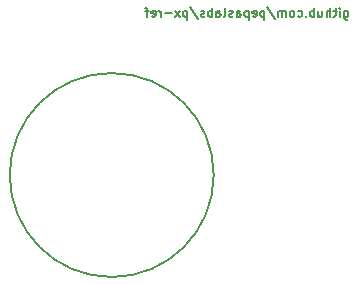
<source format=gbo>
G04 (created by PCBNEW (2013-07-07 BZR 4022)-stable) date Tue 30 Aug 2022 12:13:58 AM CDT*
%MOIN*%
G04 Gerber Fmt 3.4, Leading zero omitted, Abs format*
%FSLAX34Y34*%
G01*
G70*
G90*
G04 APERTURE LIST*
%ADD10C,0.00590551*%
%ADD11C,0.00787402*%
%ADD12C,0.006*%
G04 APERTURE END LIST*
G54D10*
G54D11*
X89150Y-32500D02*
G75*
G03X89150Y-32500I-3400J0D01*
G74*
G01*
G54D12*
X93500Y-27021D02*
X93500Y-27264D01*
X93514Y-27292D01*
X93528Y-27307D01*
X93557Y-27321D01*
X93600Y-27321D01*
X93628Y-27307D01*
X93500Y-27207D02*
X93528Y-27221D01*
X93585Y-27221D01*
X93614Y-27207D01*
X93628Y-27192D01*
X93642Y-27164D01*
X93642Y-27078D01*
X93628Y-27050D01*
X93614Y-27035D01*
X93585Y-27021D01*
X93528Y-27021D01*
X93500Y-27035D01*
X93357Y-27221D02*
X93357Y-27021D01*
X93357Y-26921D02*
X93371Y-26935D01*
X93357Y-26950D01*
X93342Y-26935D01*
X93357Y-26921D01*
X93357Y-26950D01*
X93257Y-27021D02*
X93142Y-27021D01*
X93214Y-26921D02*
X93214Y-27178D01*
X93200Y-27207D01*
X93171Y-27221D01*
X93142Y-27221D01*
X93042Y-27221D02*
X93042Y-26921D01*
X92914Y-27221D02*
X92914Y-27064D01*
X92928Y-27035D01*
X92957Y-27021D01*
X92999Y-27021D01*
X93028Y-27035D01*
X93042Y-27050D01*
X92642Y-27021D02*
X92642Y-27221D01*
X92771Y-27021D02*
X92771Y-27178D01*
X92757Y-27207D01*
X92728Y-27221D01*
X92685Y-27221D01*
X92657Y-27207D01*
X92642Y-27192D01*
X92499Y-27221D02*
X92499Y-26921D01*
X92499Y-27035D02*
X92471Y-27021D01*
X92414Y-27021D01*
X92385Y-27035D01*
X92371Y-27050D01*
X92357Y-27078D01*
X92357Y-27164D01*
X92371Y-27192D01*
X92385Y-27207D01*
X92414Y-27221D01*
X92471Y-27221D01*
X92499Y-27207D01*
X92228Y-27192D02*
X92214Y-27207D01*
X92228Y-27221D01*
X92242Y-27207D01*
X92228Y-27192D01*
X92228Y-27221D01*
X91957Y-27207D02*
X91985Y-27221D01*
X92042Y-27221D01*
X92071Y-27207D01*
X92085Y-27192D01*
X92099Y-27164D01*
X92099Y-27078D01*
X92085Y-27050D01*
X92071Y-27035D01*
X92042Y-27021D01*
X91985Y-27021D01*
X91957Y-27035D01*
X91785Y-27221D02*
X91814Y-27207D01*
X91828Y-27192D01*
X91842Y-27164D01*
X91842Y-27078D01*
X91828Y-27050D01*
X91814Y-27035D01*
X91785Y-27021D01*
X91742Y-27021D01*
X91714Y-27035D01*
X91699Y-27050D01*
X91685Y-27078D01*
X91685Y-27164D01*
X91699Y-27192D01*
X91714Y-27207D01*
X91742Y-27221D01*
X91785Y-27221D01*
X91557Y-27221D02*
X91557Y-27021D01*
X91557Y-27050D02*
X91542Y-27035D01*
X91514Y-27021D01*
X91471Y-27021D01*
X91442Y-27035D01*
X91428Y-27064D01*
X91428Y-27221D01*
X91428Y-27064D02*
X91414Y-27035D01*
X91385Y-27021D01*
X91342Y-27021D01*
X91314Y-27035D01*
X91299Y-27064D01*
X91299Y-27221D01*
X90942Y-26907D02*
X91199Y-27292D01*
X90842Y-27021D02*
X90842Y-27321D01*
X90842Y-27035D02*
X90814Y-27021D01*
X90757Y-27021D01*
X90728Y-27035D01*
X90714Y-27050D01*
X90699Y-27078D01*
X90699Y-27164D01*
X90714Y-27192D01*
X90728Y-27207D01*
X90757Y-27221D01*
X90814Y-27221D01*
X90842Y-27207D01*
X90457Y-27207D02*
X90485Y-27221D01*
X90542Y-27221D01*
X90571Y-27207D01*
X90585Y-27178D01*
X90585Y-27064D01*
X90571Y-27035D01*
X90542Y-27021D01*
X90485Y-27021D01*
X90457Y-27035D01*
X90442Y-27064D01*
X90442Y-27092D01*
X90585Y-27121D01*
X90314Y-27021D02*
X90314Y-27321D01*
X90314Y-27035D02*
X90285Y-27021D01*
X90228Y-27021D01*
X90199Y-27035D01*
X90185Y-27050D01*
X90171Y-27078D01*
X90171Y-27164D01*
X90185Y-27192D01*
X90199Y-27207D01*
X90228Y-27221D01*
X90285Y-27221D01*
X90314Y-27207D01*
X89914Y-27221D02*
X89914Y-27064D01*
X89928Y-27035D01*
X89957Y-27021D01*
X90014Y-27021D01*
X90042Y-27035D01*
X89914Y-27207D02*
X89942Y-27221D01*
X90014Y-27221D01*
X90042Y-27207D01*
X90057Y-27178D01*
X90057Y-27150D01*
X90042Y-27121D01*
X90014Y-27107D01*
X89942Y-27107D01*
X89914Y-27092D01*
X89785Y-27207D02*
X89757Y-27221D01*
X89699Y-27221D01*
X89671Y-27207D01*
X89657Y-27178D01*
X89657Y-27164D01*
X89671Y-27135D01*
X89699Y-27121D01*
X89742Y-27121D01*
X89771Y-27107D01*
X89785Y-27078D01*
X89785Y-27064D01*
X89771Y-27035D01*
X89742Y-27021D01*
X89699Y-27021D01*
X89671Y-27035D01*
X89485Y-27221D02*
X89514Y-27207D01*
X89528Y-27178D01*
X89528Y-26921D01*
X89242Y-27221D02*
X89242Y-27064D01*
X89257Y-27035D01*
X89285Y-27021D01*
X89342Y-27021D01*
X89371Y-27035D01*
X89242Y-27207D02*
X89271Y-27221D01*
X89342Y-27221D01*
X89371Y-27207D01*
X89385Y-27178D01*
X89385Y-27150D01*
X89371Y-27121D01*
X89342Y-27107D01*
X89271Y-27107D01*
X89242Y-27092D01*
X89099Y-27221D02*
X89099Y-26921D01*
X89099Y-27035D02*
X89071Y-27021D01*
X89014Y-27021D01*
X88985Y-27035D01*
X88971Y-27050D01*
X88957Y-27078D01*
X88957Y-27164D01*
X88971Y-27192D01*
X88985Y-27207D01*
X89014Y-27221D01*
X89071Y-27221D01*
X89099Y-27207D01*
X88842Y-27207D02*
X88814Y-27221D01*
X88757Y-27221D01*
X88728Y-27207D01*
X88714Y-27178D01*
X88714Y-27164D01*
X88728Y-27135D01*
X88757Y-27121D01*
X88799Y-27121D01*
X88828Y-27107D01*
X88842Y-27078D01*
X88842Y-27064D01*
X88828Y-27035D01*
X88799Y-27021D01*
X88757Y-27021D01*
X88728Y-27035D01*
X88371Y-26907D02*
X88628Y-27292D01*
X88271Y-27021D02*
X88271Y-27321D01*
X88271Y-27035D02*
X88242Y-27021D01*
X88185Y-27021D01*
X88157Y-27035D01*
X88142Y-27050D01*
X88128Y-27078D01*
X88128Y-27164D01*
X88142Y-27192D01*
X88157Y-27207D01*
X88185Y-27221D01*
X88242Y-27221D01*
X88271Y-27207D01*
X88028Y-27221D02*
X87871Y-27021D01*
X88028Y-27021D02*
X87871Y-27221D01*
X87757Y-27107D02*
X87528Y-27107D01*
X87385Y-27221D02*
X87385Y-27021D01*
X87385Y-27078D02*
X87371Y-27050D01*
X87357Y-27035D01*
X87328Y-27021D01*
X87299Y-27021D01*
X87085Y-27207D02*
X87114Y-27221D01*
X87171Y-27221D01*
X87199Y-27207D01*
X87214Y-27178D01*
X87214Y-27064D01*
X87199Y-27035D01*
X87171Y-27021D01*
X87114Y-27021D01*
X87085Y-27035D01*
X87071Y-27064D01*
X87071Y-27092D01*
X87214Y-27121D01*
X86985Y-27021D02*
X86871Y-27021D01*
X86942Y-27221D02*
X86942Y-26964D01*
X86928Y-26935D01*
X86899Y-26921D01*
X86871Y-26921D01*
M02*

</source>
